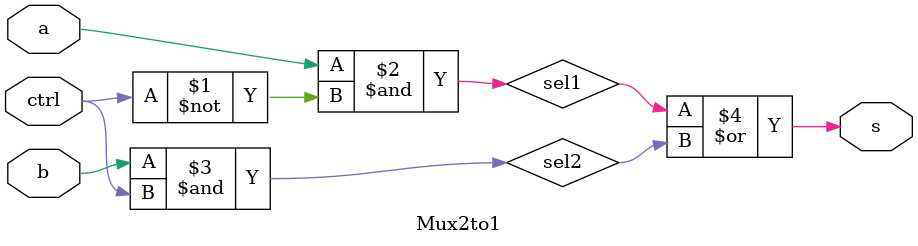
<source format=v>
`ifndef _Mux2to1
`define _Mux2to1

module Mux2to1(
    a,  // candidate
    b,  // candidate
    ctrl,  // control
    s  // final selection
);

    input wire a;
    input wire b;
    input wire ctrl;
    output wire s;

    wire sel1, sel2;

    and(sel1, a, ~ctrl);
    and(sel2, b, ctrl);
    or(s, sel1, sel2);

endmodule // Mux2to1

`endif

</source>
